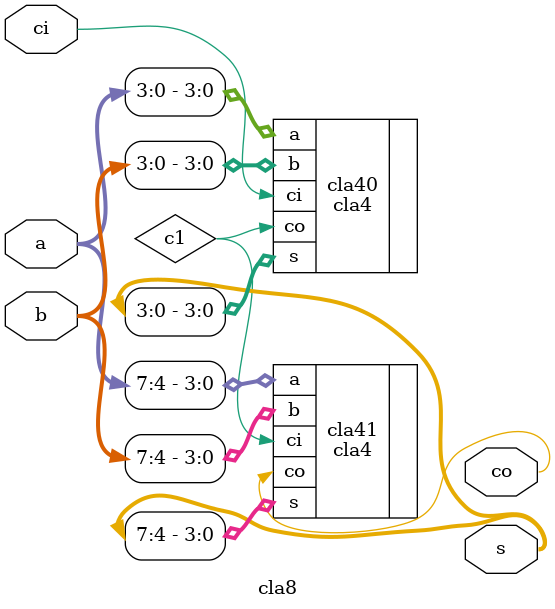
<source format=v>
module cla8 (a, b, ci, s, co);
	
	input [7:0]	a, b;	// 8bits input ports
	input 		ci;	// input port
	output [7:0] s;	// 8bits output port
	output 		co; 	// output port
	
	wire c1;
		
	cla4 	cla40(.a(a[3:0]), .b(b[3:0]), .ci(ci), .co(c1), .s(s[3:0])); // Instance 4bits carry lookahead adder
	cla4	cla41(.a(a[7:4]), .b(b[7:4]), .ci(c1), .co(co), .s(s[7:4])); // Instance 4bits carry lookahead adder
			
endmodule

</source>
